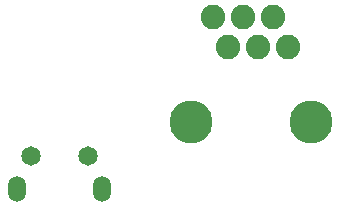
<source format=gbr>
%TF.GenerationSoftware,KiCad,Pcbnew,(5.1.9)-1*%
%TF.CreationDate,2021-04-28T14:38:11+02:00*%
%TF.ProjectId,AidonBoard32,4169646f-6e42-46f6-9172-6433322e6b69,1*%
%TF.SameCoordinates,Original*%
%TF.FileFunction,Soldermask,Bot*%
%TF.FilePolarity,Negative*%
%FSLAX46Y46*%
G04 Gerber Fmt 4.6, Leading zero omitted, Abs format (unit mm)*
G04 Created by KiCad (PCBNEW (5.1.9)-1) date 2021-04-28 14:38:11*
%MOMM*%
%LPD*%
G01*
G04 APERTURE LIST*
%ADD10C,3.651200*%
%ADD11C,2.082800*%
%ADD12O,1.500000X2.200000*%
%ADD13C,1.650000*%
G04 APERTURE END LIST*
D10*
%TO.C,J1*%
X123698000Y-86360000D03*
X113538000Y-86360000D03*
D11*
X121793000Y-80010000D03*
X120523000Y-77470000D03*
X119253000Y-80010000D03*
X117983000Y-77470000D03*
X116713000Y-80010000D03*
X115443000Y-77470000D03*
%TD*%
D12*
%TO.C,M1*%
X98830000Y-92020000D03*
D13*
X100005000Y-89230000D03*
X104855000Y-89230000D03*
D12*
X106030000Y-92020000D03*
%TD*%
M02*

</source>
